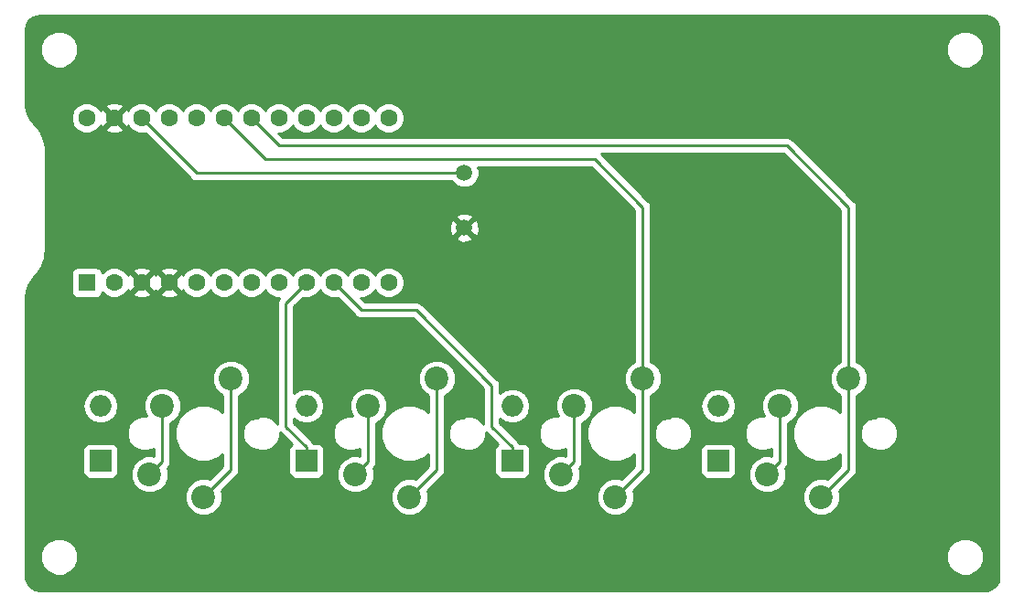
<source format=gbl>
G04 #@! TF.GenerationSoftware,KiCad,Pcbnew,5.0.2-bee76a0~70~ubuntu18.04.1*
G04 #@! TF.CreationDate,2019-05-17T00:05:31+09:00*
G04 #@! TF.ProjectId,meishi2,6d656973-6869-4322-9e6b-696361645f70,rev?*
G04 #@! TF.SameCoordinates,Original*
G04 #@! TF.FileFunction,Copper,L2,Bot*
G04 #@! TF.FilePolarity,Positive*
%FSLAX46Y46*%
G04 Gerber Fmt 4.6, Leading zero omitted, Abs format (unit mm)*
G04 Created by KiCad (PCBNEW 5.0.2-bee76a0~70~ubuntu18.04.1) date 2019年05月17日 00時05分31秒*
%MOMM*%
%LPD*%
G01*
G04 APERTURE LIST*
G04 #@! TA.AperFunction,ComponentPad*
%ADD10C,2.200000*%
G04 #@! TD*
G04 #@! TA.AperFunction,ComponentPad*
%ADD11C,1.500000*%
G04 #@! TD*
G04 #@! TA.AperFunction,ComponentPad*
%ADD12C,1.600000*%
G04 #@! TD*
G04 #@! TA.AperFunction,ComponentPad*
%ADD13R,1.600000X1.600000*%
G04 #@! TD*
G04 #@! TA.AperFunction,ComponentPad*
%ADD14R,2.000000X2.000000*%
G04 #@! TD*
G04 #@! TA.AperFunction,ComponentPad*
%ADD15O,2.000000X2.000000*%
G04 #@! TD*
G04 #@! TA.AperFunction,Conductor*
%ADD16C,0.254000*%
G04 #@! TD*
G04 APERTURE END LIST*
D10*
G04 #@! TO.P,SW1,2*
G04 #@! TO.N,Net-(D1-Pad2)*
X56595000Y-83810000D03*
G04 #@! TO.P,SW1,1*
G04 #@! TO.N,col0*
X61595000Y-85910000D03*
G04 #@! TO.P,SW1,2*
G04 #@! TO.N,Net-(D1-Pad2)*
X57785000Y-77470000D03*
G04 #@! TO.P,SW1,1*
G04 #@! TO.N,col0*
X64135000Y-74930000D03*
G04 #@! TD*
G04 #@! TO.P,SW2,2*
G04 #@! TO.N,Net-(D2-Pad2)*
X94695000Y-83810000D03*
G04 #@! TO.P,SW2,1*
G04 #@! TO.N,col0*
X99695000Y-85910000D03*
G04 #@! TO.P,SW2,2*
G04 #@! TO.N,Net-(D2-Pad2)*
X95885000Y-77470000D03*
G04 #@! TO.P,SW2,1*
G04 #@! TO.N,col0*
X102235000Y-74930000D03*
G04 #@! TD*
G04 #@! TO.P,SW3,2*
G04 #@! TO.N,Net-(D3-Pad2)*
X75645000Y-83810000D03*
G04 #@! TO.P,SW3,1*
G04 #@! TO.N,col1*
X80645000Y-85910000D03*
G04 #@! TO.P,SW3,2*
G04 #@! TO.N,Net-(D3-Pad2)*
X76835000Y-77470000D03*
G04 #@! TO.P,SW3,1*
G04 #@! TO.N,col1*
X83185000Y-74930000D03*
G04 #@! TD*
G04 #@! TO.P,SW4,2*
G04 #@! TO.N,Net-(D4-Pad2)*
X113745000Y-83810000D03*
G04 #@! TO.P,SW4,1*
G04 #@! TO.N,col1*
X118745000Y-85910000D03*
G04 #@! TO.P,SW4,2*
G04 #@! TO.N,Net-(D4-Pad2)*
X114935000Y-77470000D03*
G04 #@! TO.P,SW4,1*
G04 #@! TO.N,col1*
X121285000Y-74930000D03*
G04 #@! TD*
D11*
G04 #@! TO.P,SW5,2*
G04 #@! TO.N,GND*
X85725000Y-60960000D03*
G04 #@! TO.P,SW5,1*
G04 #@! TO.N,RST*
X85725000Y-55880000D03*
G04 #@! TD*
D12*
G04 #@! TO.P,U1,24*
G04 #@! TO.N,Net-(U1-Pad24)*
X50800000Y-50800000D03*
G04 #@! TO.P,U1,23*
G04 #@! TO.N,GND*
X53340000Y-50800000D03*
G04 #@! TO.P,U1,22*
G04 #@! TO.N,RST*
X55880000Y-50800000D03*
G04 #@! TO.P,U1,21*
G04 #@! TO.N,VCC*
X58420000Y-50800000D03*
G04 #@! TO.P,U1,20*
G04 #@! TO.N,Net-(U1-Pad20)*
X60960000Y-50800000D03*
G04 #@! TO.P,U1,19*
G04 #@! TO.N,col0*
X63500000Y-50800000D03*
G04 #@! TO.P,U1,18*
G04 #@! TO.N,col1*
X66040000Y-50800000D03*
G04 #@! TO.P,U1,17*
G04 #@! TO.N,Net-(U1-Pad17)*
X68580000Y-50800000D03*
G04 #@! TO.P,U1,16*
G04 #@! TO.N,Net-(U1-Pad16)*
X71120000Y-50800000D03*
G04 #@! TO.P,U1,15*
G04 #@! TO.N,Net-(U1-Pad15)*
X73660000Y-50800000D03*
G04 #@! TO.P,U1,14*
G04 #@! TO.N,Net-(U1-Pad14)*
X76200000Y-50800000D03*
G04 #@! TO.P,U1,13*
G04 #@! TO.N,Net-(U1-Pad13)*
X78740000Y-50800000D03*
G04 #@! TO.P,U1,12*
G04 #@! TO.N,Net-(U1-Pad12)*
X78740000Y-66040000D03*
G04 #@! TO.P,U1,11*
G04 #@! TO.N,Net-(U1-Pad11)*
X76200000Y-66040000D03*
G04 #@! TO.P,U1,10*
G04 #@! TO.N,row1*
X73660000Y-66040000D03*
G04 #@! TO.P,U1,9*
G04 #@! TO.N,row0*
X71120000Y-66040000D03*
G04 #@! TO.P,U1,8*
G04 #@! TO.N,Net-(U1-Pad8)*
X68580000Y-66040000D03*
G04 #@! TO.P,U1,7*
G04 #@! TO.N,Net-(U1-Pad7)*
X66040000Y-66040000D03*
G04 #@! TO.P,U1,6*
G04 #@! TO.N,Net-(U1-Pad6)*
X63500000Y-66040000D03*
G04 #@! TO.P,U1,5*
G04 #@! TO.N,Net-(U1-Pad5)*
X60960000Y-66040000D03*
G04 #@! TO.P,U1,4*
G04 #@! TO.N,GND*
X58420000Y-66040000D03*
G04 #@! TO.P,U1,3*
X55880000Y-66040000D03*
G04 #@! TO.P,U1,2*
G04 #@! TO.N,Net-(U1-Pad2)*
X53340000Y-66040000D03*
D13*
G04 #@! TO.P,U1,1*
G04 #@! TO.N,Net-(U1-Pad1)*
X50800000Y-66040000D03*
G04 #@! TD*
D14*
G04 #@! TO.P,D1,1*
G04 #@! TO.N,row0*
X52070000Y-82550000D03*
D15*
G04 #@! TO.P,D1,2*
G04 #@! TO.N,Net-(D1-Pad2)*
X52070000Y-77470000D03*
G04 #@! TD*
G04 #@! TO.P,D2,2*
G04 #@! TO.N,Net-(D2-Pad2)*
X90170000Y-77470000D03*
D14*
G04 #@! TO.P,D2,1*
G04 #@! TO.N,row1*
X90170000Y-82550000D03*
G04 #@! TD*
D15*
G04 #@! TO.P,D3,2*
G04 #@! TO.N,Net-(D3-Pad2)*
X71120000Y-77470000D03*
D14*
G04 #@! TO.P,D3,1*
G04 #@! TO.N,row0*
X71120000Y-82550000D03*
G04 #@! TD*
G04 #@! TO.P,D4,1*
G04 #@! TO.N,row1*
X109220000Y-82550000D03*
D15*
G04 #@! TO.P,D4,2*
G04 #@! TO.N,Net-(D4-Pad2)*
X109220000Y-77470000D03*
G04 #@! TD*
D16*
G04 #@! TO.N,row0*
X71120000Y-66040000D02*
X69215000Y-67945000D01*
X71120000Y-81296000D02*
X71120000Y-82550000D01*
X69215000Y-79391000D02*
X71120000Y-81296000D01*
X69215000Y-67945000D02*
X69215000Y-79391000D01*
G04 #@! TO.N,Net-(D1-Pad2)*
X57785000Y-82620000D02*
X57785000Y-77470000D01*
X56595000Y-83810000D02*
X57785000Y-82620000D01*
G04 #@! TO.N,Net-(D2-Pad2)*
X95885000Y-82620000D02*
X94695000Y-83810000D01*
X95885000Y-77470000D02*
X95885000Y-82620000D01*
G04 #@! TO.N,row1*
X76200000Y-68580000D02*
X73660000Y-66040000D01*
X81280000Y-68580000D02*
X76200000Y-68580000D01*
X81280000Y-68580000D02*
X88265000Y-75565000D01*
X90170000Y-81296000D02*
X90170000Y-82550000D01*
X88265000Y-79391000D02*
X90170000Y-81296000D01*
X88265000Y-75565000D02*
X88265000Y-79391000D01*
G04 #@! TO.N,Net-(D3-Pad2)*
X75645000Y-83810000D02*
X76835000Y-82620000D01*
X76835000Y-82620000D02*
X76835000Y-77470000D01*
G04 #@! TO.N,Net-(D4-Pad2)*
X114935000Y-82620000D02*
X113745000Y-83810000D01*
X114935000Y-77470000D02*
X114935000Y-82620000D01*
G04 #@! TO.N,col0*
X102235000Y-83370000D02*
X99695000Y-85910000D01*
X102235000Y-74930000D02*
X102235000Y-83370000D01*
X64135000Y-83370000D02*
X61595000Y-85910000D01*
X64135000Y-74930000D02*
X64135000Y-83370000D01*
X63500000Y-50800000D02*
X67310000Y-54610000D01*
X102235000Y-60325000D02*
X102235000Y-74930000D01*
X102235000Y-59055000D02*
X102235000Y-60325000D01*
X97790000Y-54610000D02*
X102235000Y-59055000D01*
X67310000Y-54610000D02*
X97790000Y-54610000D01*
G04 #@! TO.N,col1*
X121285000Y-83370000D02*
X118745000Y-85910000D01*
X121285000Y-74930000D02*
X121285000Y-83370000D01*
X83185000Y-83370000D02*
X80645000Y-85910000D01*
X83185000Y-74930000D02*
X83185000Y-83370000D01*
X121285000Y-59055000D02*
X121285000Y-74930000D01*
X115570000Y-53340000D02*
X121285000Y-59055000D01*
X66040000Y-50800000D02*
X68580000Y-53340000D01*
X68580000Y-53340000D02*
X115570000Y-53340000D01*
G04 #@! TO.N,RST*
X60960000Y-55880000D02*
X85725000Y-55880000D01*
X55880000Y-50800000D02*
X60960000Y-55880000D01*
G04 #@! TD*
G04 #@! TO.N,GND*
G36*
X134318364Y-41404985D02*
X134624928Y-41544372D01*
X134880050Y-41764199D01*
X135063218Y-42046792D01*
X135166743Y-42392959D01*
X135180000Y-42571350D01*
X135180001Y-93294413D01*
X135125015Y-93678364D01*
X134985628Y-93984928D01*
X134765804Y-94240047D01*
X134483207Y-94423218D01*
X134137043Y-94526743D01*
X133958649Y-94540000D01*
X46405580Y-94540000D01*
X46021636Y-94485015D01*
X45715072Y-94345628D01*
X45459953Y-94125804D01*
X45276782Y-93843207D01*
X45173257Y-93497043D01*
X45160000Y-93318649D01*
X45160000Y-91094887D01*
X46525000Y-91094887D01*
X46525000Y-91785113D01*
X46789138Y-92422799D01*
X47277201Y-92910862D01*
X47914887Y-93175000D01*
X48605113Y-93175000D01*
X49242799Y-92910862D01*
X49730862Y-92422799D01*
X49995000Y-91785113D01*
X49995000Y-91094887D01*
X130345000Y-91094887D01*
X130345000Y-91785113D01*
X130609138Y-92422799D01*
X131097201Y-92910862D01*
X131734887Y-93175000D01*
X132425113Y-93175000D01*
X133062799Y-92910862D01*
X133550862Y-92422799D01*
X133815000Y-91785113D01*
X133815000Y-91094887D01*
X133550862Y-90457201D01*
X133062799Y-89969138D01*
X132425113Y-89705000D01*
X131734887Y-89705000D01*
X131097201Y-89969138D01*
X130609138Y-90457201D01*
X130345000Y-91094887D01*
X49995000Y-91094887D01*
X49730862Y-90457201D01*
X49242799Y-89969138D01*
X48605113Y-89705000D01*
X47914887Y-89705000D01*
X47277201Y-89969138D01*
X46789138Y-90457201D01*
X46525000Y-91094887D01*
X45160000Y-91094887D01*
X45160000Y-81550000D01*
X50422560Y-81550000D01*
X50422560Y-83550000D01*
X50471843Y-83797765D01*
X50612191Y-84007809D01*
X50822235Y-84148157D01*
X51070000Y-84197440D01*
X53070000Y-84197440D01*
X53317765Y-84148157D01*
X53527809Y-84007809D01*
X53668157Y-83797765D01*
X53717440Y-83550000D01*
X53717440Y-81550000D01*
X53668157Y-81302235D01*
X53527809Y-81092191D01*
X53317765Y-80951843D01*
X53070000Y-80902560D01*
X51070000Y-80902560D01*
X50822235Y-80951843D01*
X50612191Y-81092191D01*
X50471843Y-81302235D01*
X50422560Y-81550000D01*
X45160000Y-81550000D01*
X45160000Y-79694724D01*
X54510000Y-79694724D01*
X54510000Y-80325276D01*
X54751302Y-80907830D01*
X55197170Y-81353698D01*
X55779724Y-81595000D01*
X56410276Y-81595000D01*
X56651697Y-81495000D01*
X56810385Y-81495000D01*
X57023000Y-81406932D01*
X57023000Y-82109333D01*
X56940113Y-82075000D01*
X56249887Y-82075000D01*
X55612201Y-82339138D01*
X55124138Y-82827201D01*
X54860000Y-83464887D01*
X54860000Y-84155113D01*
X55124138Y-84792799D01*
X55612201Y-85280862D01*
X56249887Y-85545000D01*
X56940113Y-85545000D01*
X57577799Y-85280862D01*
X58065862Y-84792799D01*
X58330000Y-84155113D01*
X58330000Y-83464887D01*
X58238542Y-83244089D01*
X58270750Y-83211881D01*
X58334371Y-83169371D01*
X58381144Y-83099371D01*
X58502787Y-82917318D01*
X58502788Y-82917317D01*
X58547000Y-82695048D01*
X58547000Y-82695044D01*
X58561927Y-82620001D01*
X58547000Y-82544958D01*
X58547000Y-79485866D01*
X58960000Y-79485866D01*
X58960000Y-80534134D01*
X59361155Y-81502608D01*
X60102392Y-82243845D01*
X61070866Y-82645000D01*
X62119134Y-82645000D01*
X63087608Y-82243845D01*
X63373001Y-81958452D01*
X63373001Y-83054369D01*
X62160912Y-84266458D01*
X61940113Y-84175000D01*
X61249887Y-84175000D01*
X60612201Y-84439138D01*
X60124138Y-84927201D01*
X59860000Y-85564887D01*
X59860000Y-86255113D01*
X60124138Y-86892799D01*
X60612201Y-87380862D01*
X61249887Y-87645000D01*
X61940113Y-87645000D01*
X62577799Y-87380862D01*
X63065862Y-86892799D01*
X63330000Y-86255113D01*
X63330000Y-85564887D01*
X63238542Y-85344088D01*
X64620746Y-83961884D01*
X64684371Y-83919371D01*
X64852788Y-83667317D01*
X64897000Y-83445048D01*
X64897000Y-83445044D01*
X64911927Y-83370001D01*
X64897000Y-83294958D01*
X64897000Y-76492320D01*
X65117799Y-76400862D01*
X65605862Y-75912799D01*
X65870000Y-75275113D01*
X65870000Y-74584887D01*
X65605862Y-73947201D01*
X65117799Y-73459138D01*
X64480113Y-73195000D01*
X63789887Y-73195000D01*
X63152201Y-73459138D01*
X62664138Y-73947201D01*
X62400000Y-74584887D01*
X62400000Y-75275113D01*
X62664138Y-75912799D01*
X63152201Y-76400862D01*
X63373000Y-76492320D01*
X63373000Y-78061547D01*
X63087608Y-77776155D01*
X62119134Y-77375000D01*
X61070866Y-77375000D01*
X60102392Y-77776155D01*
X59361155Y-78517392D01*
X58960000Y-79485866D01*
X58547000Y-79485866D01*
X58547000Y-79032320D01*
X58767799Y-78940862D01*
X59255862Y-78452799D01*
X59520000Y-77815113D01*
X59520000Y-77124887D01*
X59255862Y-76487201D01*
X58767799Y-75999138D01*
X58130113Y-75735000D01*
X57439887Y-75735000D01*
X56802201Y-75999138D01*
X56314138Y-76487201D01*
X56050000Y-77124887D01*
X56050000Y-77815113D01*
X56302623Y-78425000D01*
X55779724Y-78425000D01*
X55197170Y-78666302D01*
X54751302Y-79112170D01*
X54510000Y-79694724D01*
X45160000Y-79694724D01*
X45160000Y-77470000D01*
X50402969Y-77470000D01*
X50529864Y-78107945D01*
X50891231Y-78648769D01*
X51432055Y-79010136D01*
X51908969Y-79105000D01*
X52231031Y-79105000D01*
X52707945Y-79010136D01*
X53248769Y-78648769D01*
X53610136Y-78107945D01*
X53737031Y-77470000D01*
X53610136Y-76832055D01*
X53248769Y-76291231D01*
X52707945Y-75929864D01*
X52231031Y-75835000D01*
X51908969Y-75835000D01*
X51432055Y-75929864D01*
X50891231Y-76291231D01*
X50529864Y-76832055D01*
X50402969Y-77470000D01*
X45160000Y-77470000D01*
X45160000Y-67349693D01*
X45225599Y-66764870D01*
X45405998Y-66246832D01*
X45706962Y-65765190D01*
X45910049Y-65537250D01*
X46153212Y-65264330D01*
X46170438Y-65240000D01*
X49352560Y-65240000D01*
X49352560Y-66840000D01*
X49401843Y-67087765D01*
X49542191Y-67297809D01*
X49752235Y-67438157D01*
X50000000Y-67487440D01*
X51600000Y-67487440D01*
X51847765Y-67438157D01*
X52057809Y-67297809D01*
X52198157Y-67087765D01*
X52224738Y-66954134D01*
X52527138Y-67256534D01*
X53054561Y-67475000D01*
X53625439Y-67475000D01*
X54152862Y-67256534D01*
X54361651Y-67047745D01*
X55051861Y-67047745D01*
X55125995Y-67293864D01*
X55663223Y-67486965D01*
X56233454Y-67459778D01*
X56634005Y-67293864D01*
X56708139Y-67047745D01*
X57591861Y-67047745D01*
X57665995Y-67293864D01*
X58203223Y-67486965D01*
X58773454Y-67459778D01*
X59174005Y-67293864D01*
X59248139Y-67047745D01*
X58420000Y-66219605D01*
X57591861Y-67047745D01*
X56708139Y-67047745D01*
X55880000Y-66219605D01*
X55051861Y-67047745D01*
X54361651Y-67047745D01*
X54556534Y-66852862D01*
X54603525Y-66739417D01*
X54626136Y-66794005D01*
X54872255Y-66868139D01*
X55700395Y-66040000D01*
X56059605Y-66040000D01*
X56887745Y-66868139D01*
X57133864Y-66794005D01*
X57148858Y-66752291D01*
X57166136Y-66794005D01*
X57412255Y-66868139D01*
X58240395Y-66040000D01*
X58599605Y-66040000D01*
X59427745Y-66868139D01*
X59673864Y-66794005D01*
X59694874Y-66735552D01*
X59743466Y-66852862D01*
X60147138Y-67256534D01*
X60674561Y-67475000D01*
X61245439Y-67475000D01*
X61772862Y-67256534D01*
X62176534Y-66852862D01*
X62230000Y-66723784D01*
X62283466Y-66852862D01*
X62687138Y-67256534D01*
X63214561Y-67475000D01*
X63785439Y-67475000D01*
X64312862Y-67256534D01*
X64716534Y-66852862D01*
X64770000Y-66723784D01*
X64823466Y-66852862D01*
X65227138Y-67256534D01*
X65754561Y-67475000D01*
X66325439Y-67475000D01*
X66852862Y-67256534D01*
X67256534Y-66852862D01*
X67310000Y-66723784D01*
X67363466Y-66852862D01*
X67767138Y-67256534D01*
X68294561Y-67475000D01*
X68612595Y-67475000D01*
X68497212Y-67647684D01*
X68453000Y-67869953D01*
X68453000Y-67869957D01*
X68438073Y-67945000D01*
X68453000Y-68020043D01*
X68453001Y-79146700D01*
X68438698Y-79112170D01*
X67992830Y-78666302D01*
X67410276Y-78425000D01*
X66779724Y-78425000D01*
X66538303Y-78525000D01*
X66379615Y-78525000D01*
X65833815Y-78751078D01*
X65416078Y-79168815D01*
X65190000Y-79714615D01*
X65190000Y-80305385D01*
X65416078Y-80851185D01*
X65833815Y-81268922D01*
X66379615Y-81495000D01*
X66538303Y-81495000D01*
X66779724Y-81595000D01*
X67410276Y-81595000D01*
X67992830Y-81353698D01*
X68438698Y-80907830D01*
X68680000Y-80325276D01*
X68680000Y-79949973D01*
X68729251Y-79982881D01*
X69767916Y-81021547D01*
X69662191Y-81092191D01*
X69521843Y-81302235D01*
X69472560Y-81550000D01*
X69472560Y-83550000D01*
X69521843Y-83797765D01*
X69662191Y-84007809D01*
X69872235Y-84148157D01*
X70120000Y-84197440D01*
X72120000Y-84197440D01*
X72367765Y-84148157D01*
X72577809Y-84007809D01*
X72718157Y-83797765D01*
X72767440Y-83550000D01*
X72767440Y-81550000D01*
X72718157Y-81302235D01*
X72577809Y-81092191D01*
X72367765Y-80951843D01*
X72120000Y-80902560D01*
X71773561Y-80902560D01*
X71669371Y-80746629D01*
X71605750Y-80704119D01*
X70596355Y-79694724D01*
X73560000Y-79694724D01*
X73560000Y-80325276D01*
X73801302Y-80907830D01*
X74247170Y-81353698D01*
X74829724Y-81595000D01*
X75460276Y-81595000D01*
X75701697Y-81495000D01*
X75860385Y-81495000D01*
X76073000Y-81406932D01*
X76073000Y-82109333D01*
X75990113Y-82075000D01*
X75299887Y-82075000D01*
X74662201Y-82339138D01*
X74174138Y-82827201D01*
X73910000Y-83464887D01*
X73910000Y-84155113D01*
X74174138Y-84792799D01*
X74662201Y-85280862D01*
X75299887Y-85545000D01*
X75990113Y-85545000D01*
X76627799Y-85280862D01*
X77115862Y-84792799D01*
X77380000Y-84155113D01*
X77380000Y-83464887D01*
X77288542Y-83244089D01*
X77320750Y-83211881D01*
X77384371Y-83169371D01*
X77431144Y-83099371D01*
X77552787Y-82917318D01*
X77552788Y-82917317D01*
X77597000Y-82695048D01*
X77597000Y-82695044D01*
X77611927Y-82620001D01*
X77597000Y-82544958D01*
X77597000Y-79485866D01*
X78010000Y-79485866D01*
X78010000Y-80534134D01*
X78411155Y-81502608D01*
X79152392Y-82243845D01*
X80120866Y-82645000D01*
X81169134Y-82645000D01*
X82137608Y-82243845D01*
X82423001Y-81958452D01*
X82423001Y-83054369D01*
X81210912Y-84266458D01*
X80990113Y-84175000D01*
X80299887Y-84175000D01*
X79662201Y-84439138D01*
X79174138Y-84927201D01*
X78910000Y-85564887D01*
X78910000Y-86255113D01*
X79174138Y-86892799D01*
X79662201Y-87380862D01*
X80299887Y-87645000D01*
X80990113Y-87645000D01*
X81627799Y-87380862D01*
X82115862Y-86892799D01*
X82380000Y-86255113D01*
X82380000Y-85564887D01*
X82288542Y-85344088D01*
X83670746Y-83961884D01*
X83734371Y-83919371D01*
X83902788Y-83667317D01*
X83947000Y-83445048D01*
X83947000Y-83445044D01*
X83961927Y-83370001D01*
X83947000Y-83294958D01*
X83947000Y-76492320D01*
X84167799Y-76400862D01*
X84655862Y-75912799D01*
X84920000Y-75275113D01*
X84920000Y-74584887D01*
X84655862Y-73947201D01*
X84167799Y-73459138D01*
X83530113Y-73195000D01*
X82839887Y-73195000D01*
X82202201Y-73459138D01*
X81714138Y-73947201D01*
X81450000Y-74584887D01*
X81450000Y-75275113D01*
X81714138Y-75912799D01*
X82202201Y-76400862D01*
X82423000Y-76492320D01*
X82423000Y-78061547D01*
X82137608Y-77776155D01*
X81169134Y-77375000D01*
X80120866Y-77375000D01*
X79152392Y-77776155D01*
X78411155Y-78517392D01*
X78010000Y-79485866D01*
X77597000Y-79485866D01*
X77597000Y-79032320D01*
X77817799Y-78940862D01*
X78305862Y-78452799D01*
X78570000Y-77815113D01*
X78570000Y-77124887D01*
X78305862Y-76487201D01*
X77817799Y-75999138D01*
X77180113Y-75735000D01*
X76489887Y-75735000D01*
X75852201Y-75999138D01*
X75364138Y-76487201D01*
X75100000Y-77124887D01*
X75100000Y-77815113D01*
X75352623Y-78425000D01*
X74829724Y-78425000D01*
X74247170Y-78666302D01*
X73801302Y-79112170D01*
X73560000Y-79694724D01*
X70596355Y-79694724D01*
X69977000Y-79075370D01*
X69977000Y-78672669D01*
X70482055Y-79010136D01*
X70958969Y-79105000D01*
X71281031Y-79105000D01*
X71757945Y-79010136D01*
X72298769Y-78648769D01*
X72660136Y-78107945D01*
X72787031Y-77470000D01*
X72660136Y-76832055D01*
X72298769Y-76291231D01*
X71757945Y-75929864D01*
X71281031Y-75835000D01*
X70958969Y-75835000D01*
X70482055Y-75929864D01*
X69977000Y-76267331D01*
X69977000Y-68260630D01*
X70783698Y-67453932D01*
X70834561Y-67475000D01*
X71405439Y-67475000D01*
X71932862Y-67256534D01*
X72336534Y-66852862D01*
X72390000Y-66723784D01*
X72443466Y-66852862D01*
X72847138Y-67256534D01*
X73374561Y-67475000D01*
X73945439Y-67475000D01*
X73996302Y-67453932D01*
X75608116Y-69065746D01*
X75650629Y-69129371D01*
X75848641Y-69261678D01*
X75902681Y-69297787D01*
X75902682Y-69297787D01*
X75902683Y-69297788D01*
X76124952Y-69342000D01*
X76124956Y-69342000D01*
X76199999Y-69356927D01*
X76275042Y-69342000D01*
X80964370Y-69342000D01*
X87503000Y-75880631D01*
X87503001Y-79146700D01*
X87488698Y-79112170D01*
X87042830Y-78666302D01*
X86460276Y-78425000D01*
X85829724Y-78425000D01*
X85588303Y-78525000D01*
X85429615Y-78525000D01*
X84883815Y-78751078D01*
X84466078Y-79168815D01*
X84240000Y-79714615D01*
X84240000Y-80305385D01*
X84466078Y-80851185D01*
X84883815Y-81268922D01*
X85429615Y-81495000D01*
X85588303Y-81495000D01*
X85829724Y-81595000D01*
X86460276Y-81595000D01*
X87042830Y-81353698D01*
X87488698Y-80907830D01*
X87730000Y-80325276D01*
X87730000Y-79949973D01*
X87779251Y-79982881D01*
X88817916Y-81021547D01*
X88712191Y-81092191D01*
X88571843Y-81302235D01*
X88522560Y-81550000D01*
X88522560Y-83550000D01*
X88571843Y-83797765D01*
X88712191Y-84007809D01*
X88922235Y-84148157D01*
X89170000Y-84197440D01*
X91170000Y-84197440D01*
X91417765Y-84148157D01*
X91627809Y-84007809D01*
X91768157Y-83797765D01*
X91817440Y-83550000D01*
X91817440Y-81550000D01*
X91768157Y-81302235D01*
X91627809Y-81092191D01*
X91417765Y-80951843D01*
X91170000Y-80902560D01*
X90823561Y-80902560D01*
X90719371Y-80746629D01*
X90655750Y-80704119D01*
X89646355Y-79694724D01*
X92610000Y-79694724D01*
X92610000Y-80325276D01*
X92851302Y-80907830D01*
X93297170Y-81353698D01*
X93879724Y-81595000D01*
X94510276Y-81595000D01*
X94751697Y-81495000D01*
X94910385Y-81495000D01*
X95123001Y-81406932D01*
X95123001Y-82109333D01*
X95040113Y-82075000D01*
X94349887Y-82075000D01*
X93712201Y-82339138D01*
X93224138Y-82827201D01*
X92960000Y-83464887D01*
X92960000Y-84155113D01*
X93224138Y-84792799D01*
X93712201Y-85280862D01*
X94349887Y-85545000D01*
X95040113Y-85545000D01*
X95677799Y-85280862D01*
X96165862Y-84792799D01*
X96430000Y-84155113D01*
X96430000Y-83464887D01*
X96338542Y-83244089D01*
X96370749Y-83211882D01*
X96434371Y-83169371D01*
X96481144Y-83099371D01*
X96602787Y-82917318D01*
X96602788Y-82917317D01*
X96647000Y-82695048D01*
X96647000Y-82695044D01*
X96661927Y-82620001D01*
X96647000Y-82544958D01*
X96647000Y-79032320D01*
X96867799Y-78940862D01*
X97355862Y-78452799D01*
X97620000Y-77815113D01*
X97620000Y-77124887D01*
X97355862Y-76487201D01*
X96867799Y-75999138D01*
X96230113Y-75735000D01*
X95539887Y-75735000D01*
X94902201Y-75999138D01*
X94414138Y-76487201D01*
X94150000Y-77124887D01*
X94150000Y-77815113D01*
X94402623Y-78425000D01*
X93879724Y-78425000D01*
X93297170Y-78666302D01*
X92851302Y-79112170D01*
X92610000Y-79694724D01*
X89646355Y-79694724D01*
X89027000Y-79075370D01*
X89027000Y-78672669D01*
X89532055Y-79010136D01*
X90008969Y-79105000D01*
X90331031Y-79105000D01*
X90807945Y-79010136D01*
X91348769Y-78648769D01*
X91710136Y-78107945D01*
X91837031Y-77470000D01*
X91710136Y-76832055D01*
X91348769Y-76291231D01*
X90807945Y-75929864D01*
X90331031Y-75835000D01*
X90008969Y-75835000D01*
X89532055Y-75929864D01*
X89027000Y-76267331D01*
X89027000Y-75640047D01*
X89041928Y-75565000D01*
X89024895Y-75479371D01*
X88982788Y-75267683D01*
X88814371Y-75015629D01*
X88750750Y-74973119D01*
X81871883Y-68094253D01*
X81829371Y-68030629D01*
X81577317Y-67862212D01*
X81355048Y-67818000D01*
X81355043Y-67818000D01*
X81280000Y-67803073D01*
X81204957Y-67818000D01*
X76515630Y-67818000D01*
X76172630Y-67475000D01*
X76485439Y-67475000D01*
X77012862Y-67256534D01*
X77416534Y-66852862D01*
X77470000Y-66723784D01*
X77523466Y-66852862D01*
X77927138Y-67256534D01*
X78454561Y-67475000D01*
X79025439Y-67475000D01*
X79552862Y-67256534D01*
X79956534Y-66852862D01*
X80175000Y-66325439D01*
X80175000Y-65754561D01*
X79956534Y-65227138D01*
X79552862Y-64823466D01*
X79025439Y-64605000D01*
X78454561Y-64605000D01*
X77927138Y-64823466D01*
X77523466Y-65227138D01*
X77470000Y-65356216D01*
X77416534Y-65227138D01*
X77012862Y-64823466D01*
X76485439Y-64605000D01*
X75914561Y-64605000D01*
X75387138Y-64823466D01*
X74983466Y-65227138D01*
X74930000Y-65356216D01*
X74876534Y-65227138D01*
X74472862Y-64823466D01*
X73945439Y-64605000D01*
X73374561Y-64605000D01*
X72847138Y-64823466D01*
X72443466Y-65227138D01*
X72390000Y-65356216D01*
X72336534Y-65227138D01*
X71932862Y-64823466D01*
X71405439Y-64605000D01*
X70834561Y-64605000D01*
X70307138Y-64823466D01*
X69903466Y-65227138D01*
X69850000Y-65356216D01*
X69796534Y-65227138D01*
X69392862Y-64823466D01*
X68865439Y-64605000D01*
X68294561Y-64605000D01*
X67767138Y-64823466D01*
X67363466Y-65227138D01*
X67310000Y-65356216D01*
X67256534Y-65227138D01*
X66852862Y-64823466D01*
X66325439Y-64605000D01*
X65754561Y-64605000D01*
X65227138Y-64823466D01*
X64823466Y-65227138D01*
X64770000Y-65356216D01*
X64716534Y-65227138D01*
X64312862Y-64823466D01*
X63785439Y-64605000D01*
X63214561Y-64605000D01*
X62687138Y-64823466D01*
X62283466Y-65227138D01*
X62230000Y-65356216D01*
X62176534Y-65227138D01*
X61772862Y-64823466D01*
X61245439Y-64605000D01*
X60674561Y-64605000D01*
X60147138Y-64823466D01*
X59743466Y-65227138D01*
X59696475Y-65340583D01*
X59673864Y-65285995D01*
X59427745Y-65211861D01*
X58599605Y-66040000D01*
X58240395Y-66040000D01*
X57412255Y-65211861D01*
X57166136Y-65285995D01*
X57151142Y-65327709D01*
X57133864Y-65285995D01*
X56887745Y-65211861D01*
X56059605Y-66040000D01*
X55700395Y-66040000D01*
X54872255Y-65211861D01*
X54626136Y-65285995D01*
X54605126Y-65344448D01*
X54556534Y-65227138D01*
X54361651Y-65032255D01*
X55051861Y-65032255D01*
X55880000Y-65860395D01*
X56708139Y-65032255D01*
X57591861Y-65032255D01*
X58420000Y-65860395D01*
X59248139Y-65032255D01*
X59174005Y-64786136D01*
X58636777Y-64593035D01*
X58066546Y-64620222D01*
X57665995Y-64786136D01*
X57591861Y-65032255D01*
X56708139Y-65032255D01*
X56634005Y-64786136D01*
X56096777Y-64593035D01*
X55526546Y-64620222D01*
X55125995Y-64786136D01*
X55051861Y-65032255D01*
X54361651Y-65032255D01*
X54152862Y-64823466D01*
X53625439Y-64605000D01*
X53054561Y-64605000D01*
X52527138Y-64823466D01*
X52224738Y-65125866D01*
X52198157Y-64992235D01*
X52057809Y-64782191D01*
X51847765Y-64641843D01*
X51600000Y-64592560D01*
X50000000Y-64592560D01*
X49752235Y-64641843D01*
X49542191Y-64782191D01*
X49401843Y-64992235D01*
X49352560Y-65240000D01*
X46170438Y-65240000D01*
X46185064Y-65219343D01*
X46219902Y-65176628D01*
X46225213Y-65168258D01*
X46600304Y-64567987D01*
X46632375Y-64501050D01*
X46665372Y-64434578D01*
X46668697Y-64425239D01*
X46901478Y-63756783D01*
X46917916Y-63684433D01*
X46935373Y-63612275D01*
X46936546Y-63602431D01*
X47012096Y-62928892D01*
X47019872Y-62889798D01*
X47019872Y-61931517D01*
X84933088Y-61931517D01*
X85001077Y-62172460D01*
X85520171Y-62357201D01*
X86070448Y-62329230D01*
X86448923Y-62172460D01*
X86516912Y-61931517D01*
X85725000Y-61139605D01*
X84933088Y-61931517D01*
X47019872Y-61931517D01*
X47019872Y-60755171D01*
X84327799Y-60755171D01*
X84355770Y-61305448D01*
X84512540Y-61683923D01*
X84753483Y-61751912D01*
X85545395Y-60960000D01*
X85904605Y-60960000D01*
X86696517Y-61751912D01*
X86937460Y-61683923D01*
X87122201Y-61164829D01*
X87094230Y-60614552D01*
X86937460Y-60236077D01*
X86696517Y-60168088D01*
X85904605Y-60960000D01*
X85545395Y-60960000D01*
X84753483Y-60168088D01*
X84512540Y-60236077D01*
X84327799Y-60755171D01*
X47019872Y-60755171D01*
X47019872Y-59988483D01*
X84933088Y-59988483D01*
X85725000Y-60780395D01*
X86516912Y-59988483D01*
X86448923Y-59747540D01*
X85929829Y-59562799D01*
X85379552Y-59590770D01*
X85001077Y-59747540D01*
X84933088Y-59988483D01*
X47019872Y-59988483D01*
X47019872Y-53950202D01*
X47015855Y-53930009D01*
X46997653Y-53614331D01*
X46988366Y-53560001D01*
X46982796Y-53505163D01*
X46980633Y-53495488D01*
X46821407Y-52805802D01*
X46796750Y-52735784D01*
X46773082Y-52665456D01*
X46768830Y-52656501D01*
X46460761Y-52019231D01*
X46421226Y-51956451D01*
X46382546Y-51893082D01*
X46376415Y-51885292D01*
X45934816Y-51332110D01*
X45542902Y-50841167D01*
X45385014Y-50514561D01*
X49365000Y-50514561D01*
X49365000Y-51085439D01*
X49583466Y-51612862D01*
X49987138Y-52016534D01*
X50514561Y-52235000D01*
X51085439Y-52235000D01*
X51612862Y-52016534D01*
X51821651Y-51807745D01*
X52511861Y-51807745D01*
X52585995Y-52053864D01*
X53123223Y-52246965D01*
X53693454Y-52219778D01*
X54094005Y-52053864D01*
X54168139Y-51807745D01*
X53340000Y-50979605D01*
X52511861Y-51807745D01*
X51821651Y-51807745D01*
X52016534Y-51612862D01*
X52063525Y-51499417D01*
X52086136Y-51554005D01*
X52332255Y-51628139D01*
X53160395Y-50800000D01*
X53519605Y-50800000D01*
X54347745Y-51628139D01*
X54593864Y-51554005D01*
X54614874Y-51495552D01*
X54663466Y-51612862D01*
X55067138Y-52016534D01*
X55594561Y-52235000D01*
X56165439Y-52235000D01*
X56216302Y-52213932D01*
X60368118Y-56365749D01*
X60410629Y-56429371D01*
X60662683Y-56597788D01*
X60884952Y-56642000D01*
X60884957Y-56642000D01*
X60960000Y-56656927D01*
X61035043Y-56642000D01*
X84541517Y-56642000D01*
X84550853Y-56664540D01*
X84940460Y-57054147D01*
X85449506Y-57265000D01*
X86000494Y-57265000D01*
X86509540Y-57054147D01*
X86899147Y-56664540D01*
X87110000Y-56155494D01*
X87110000Y-55604506D01*
X87013693Y-55372000D01*
X97474370Y-55372000D01*
X101473000Y-59370631D01*
X101473001Y-60249949D01*
X101473000Y-60249953D01*
X101473001Y-73367680D01*
X101252201Y-73459138D01*
X100764138Y-73947201D01*
X100500000Y-74584887D01*
X100500000Y-75275113D01*
X100764138Y-75912799D01*
X101252201Y-76400862D01*
X101473000Y-76492320D01*
X101473000Y-78061547D01*
X101187608Y-77776155D01*
X100219134Y-77375000D01*
X99170866Y-77375000D01*
X98202392Y-77776155D01*
X97461155Y-78517392D01*
X97060000Y-79485866D01*
X97060000Y-80534134D01*
X97461155Y-81502608D01*
X98202392Y-82243845D01*
X99170866Y-82645000D01*
X100219134Y-82645000D01*
X101187608Y-82243845D01*
X101473001Y-81958452D01*
X101473001Y-83054369D01*
X100260912Y-84266458D01*
X100040113Y-84175000D01*
X99349887Y-84175000D01*
X98712201Y-84439138D01*
X98224138Y-84927201D01*
X97960000Y-85564887D01*
X97960000Y-86255113D01*
X98224138Y-86892799D01*
X98712201Y-87380862D01*
X99349887Y-87645000D01*
X100040113Y-87645000D01*
X100677799Y-87380862D01*
X101165862Y-86892799D01*
X101430000Y-86255113D01*
X101430000Y-85564887D01*
X101338542Y-85344088D01*
X102720746Y-83961884D01*
X102784371Y-83919371D01*
X102952788Y-83667317D01*
X102997000Y-83445048D01*
X102997000Y-83445044D01*
X103011927Y-83370001D01*
X102997000Y-83294958D01*
X102997000Y-79714615D01*
X103290000Y-79714615D01*
X103290000Y-80305385D01*
X103516078Y-80851185D01*
X103933815Y-81268922D01*
X104479615Y-81495000D01*
X104638303Y-81495000D01*
X104879724Y-81595000D01*
X105510276Y-81595000D01*
X105618915Y-81550000D01*
X107572560Y-81550000D01*
X107572560Y-83550000D01*
X107621843Y-83797765D01*
X107762191Y-84007809D01*
X107972235Y-84148157D01*
X108220000Y-84197440D01*
X110220000Y-84197440D01*
X110467765Y-84148157D01*
X110677809Y-84007809D01*
X110818157Y-83797765D01*
X110867440Y-83550000D01*
X110867440Y-81550000D01*
X110818157Y-81302235D01*
X110677809Y-81092191D01*
X110467765Y-80951843D01*
X110220000Y-80902560D01*
X108220000Y-80902560D01*
X107972235Y-80951843D01*
X107762191Y-81092191D01*
X107621843Y-81302235D01*
X107572560Y-81550000D01*
X105618915Y-81550000D01*
X106092830Y-81353698D01*
X106538698Y-80907830D01*
X106780000Y-80325276D01*
X106780000Y-79694724D01*
X111660000Y-79694724D01*
X111660000Y-80325276D01*
X111901302Y-80907830D01*
X112347170Y-81353698D01*
X112929724Y-81595000D01*
X113560276Y-81595000D01*
X113801697Y-81495000D01*
X113960385Y-81495000D01*
X114173001Y-81406932D01*
X114173001Y-82109333D01*
X114090113Y-82075000D01*
X113399887Y-82075000D01*
X112762201Y-82339138D01*
X112274138Y-82827201D01*
X112010000Y-83464887D01*
X112010000Y-84155113D01*
X112274138Y-84792799D01*
X112762201Y-85280862D01*
X113399887Y-85545000D01*
X114090113Y-85545000D01*
X114727799Y-85280862D01*
X115215862Y-84792799D01*
X115480000Y-84155113D01*
X115480000Y-83464887D01*
X115388542Y-83244089D01*
X115420749Y-83211882D01*
X115484371Y-83169371D01*
X115531144Y-83099371D01*
X115652787Y-82917318D01*
X115652788Y-82917317D01*
X115697000Y-82695048D01*
X115697000Y-82695044D01*
X115711927Y-82620001D01*
X115697000Y-82544958D01*
X115697000Y-79032320D01*
X115917799Y-78940862D01*
X116405862Y-78452799D01*
X116670000Y-77815113D01*
X116670000Y-77124887D01*
X116405862Y-76487201D01*
X115917799Y-75999138D01*
X115280113Y-75735000D01*
X114589887Y-75735000D01*
X113952201Y-75999138D01*
X113464138Y-76487201D01*
X113200000Y-77124887D01*
X113200000Y-77815113D01*
X113452623Y-78425000D01*
X112929724Y-78425000D01*
X112347170Y-78666302D01*
X111901302Y-79112170D01*
X111660000Y-79694724D01*
X106780000Y-79694724D01*
X106538698Y-79112170D01*
X106092830Y-78666302D01*
X105510276Y-78425000D01*
X104879724Y-78425000D01*
X104638303Y-78525000D01*
X104479615Y-78525000D01*
X103933815Y-78751078D01*
X103516078Y-79168815D01*
X103290000Y-79714615D01*
X102997000Y-79714615D01*
X102997000Y-77470000D01*
X107552969Y-77470000D01*
X107679864Y-78107945D01*
X108041231Y-78648769D01*
X108582055Y-79010136D01*
X109058969Y-79105000D01*
X109381031Y-79105000D01*
X109857945Y-79010136D01*
X110398769Y-78648769D01*
X110760136Y-78107945D01*
X110887031Y-77470000D01*
X110760136Y-76832055D01*
X110398769Y-76291231D01*
X109857945Y-75929864D01*
X109381031Y-75835000D01*
X109058969Y-75835000D01*
X108582055Y-75929864D01*
X108041231Y-76291231D01*
X107679864Y-76832055D01*
X107552969Y-77470000D01*
X102997000Y-77470000D01*
X102997000Y-76492320D01*
X103217799Y-76400862D01*
X103705862Y-75912799D01*
X103970000Y-75275113D01*
X103970000Y-74584887D01*
X103705862Y-73947201D01*
X103217799Y-73459138D01*
X102997000Y-73367680D01*
X102997000Y-59130042D01*
X103011927Y-59054999D01*
X102997000Y-58979956D01*
X102997000Y-58979952D01*
X102952788Y-58757683D01*
X102784371Y-58505629D01*
X102720750Y-58463119D01*
X98381883Y-54124253D01*
X98367014Y-54102000D01*
X115254370Y-54102000D01*
X120523000Y-59370631D01*
X120523001Y-73367680D01*
X120302201Y-73459138D01*
X119814138Y-73947201D01*
X119550000Y-74584887D01*
X119550000Y-75275113D01*
X119814138Y-75912799D01*
X120302201Y-76400862D01*
X120523000Y-76492320D01*
X120523000Y-78061547D01*
X120237608Y-77776155D01*
X119269134Y-77375000D01*
X118220866Y-77375000D01*
X117252392Y-77776155D01*
X116511155Y-78517392D01*
X116110000Y-79485866D01*
X116110000Y-80534134D01*
X116511155Y-81502608D01*
X117252392Y-82243845D01*
X118220866Y-82645000D01*
X119269134Y-82645000D01*
X120237608Y-82243845D01*
X120523001Y-81958452D01*
X120523001Y-83054369D01*
X119310912Y-84266458D01*
X119090113Y-84175000D01*
X118399887Y-84175000D01*
X117762201Y-84439138D01*
X117274138Y-84927201D01*
X117010000Y-85564887D01*
X117010000Y-86255113D01*
X117274138Y-86892799D01*
X117762201Y-87380862D01*
X118399887Y-87645000D01*
X119090113Y-87645000D01*
X119727799Y-87380862D01*
X120215862Y-86892799D01*
X120480000Y-86255113D01*
X120480000Y-85564887D01*
X120388542Y-85344088D01*
X121770746Y-83961884D01*
X121834371Y-83919371D01*
X122002788Y-83667317D01*
X122047000Y-83445048D01*
X122047000Y-83445044D01*
X122061927Y-83370001D01*
X122047000Y-83294958D01*
X122047000Y-79714615D01*
X122340000Y-79714615D01*
X122340000Y-80305385D01*
X122566078Y-80851185D01*
X122983815Y-81268922D01*
X123529615Y-81495000D01*
X123688303Y-81495000D01*
X123929724Y-81595000D01*
X124560276Y-81595000D01*
X125142830Y-81353698D01*
X125588698Y-80907830D01*
X125830000Y-80325276D01*
X125830000Y-79694724D01*
X125588698Y-79112170D01*
X125142830Y-78666302D01*
X124560276Y-78425000D01*
X123929724Y-78425000D01*
X123688303Y-78525000D01*
X123529615Y-78525000D01*
X122983815Y-78751078D01*
X122566078Y-79168815D01*
X122340000Y-79714615D01*
X122047000Y-79714615D01*
X122047000Y-76492320D01*
X122267799Y-76400862D01*
X122755862Y-75912799D01*
X123020000Y-75275113D01*
X123020000Y-74584887D01*
X122755862Y-73947201D01*
X122267799Y-73459138D01*
X122047000Y-73367680D01*
X122047000Y-59130047D01*
X122061928Y-59055000D01*
X122047000Y-58979952D01*
X122002788Y-58757683D01*
X121834371Y-58505629D01*
X121770750Y-58463119D01*
X116161883Y-52854253D01*
X116119371Y-52790629D01*
X115867317Y-52622212D01*
X115645048Y-52578000D01*
X115645043Y-52578000D01*
X115570000Y-52563073D01*
X115494957Y-52578000D01*
X68895630Y-52578000D01*
X68552630Y-52235000D01*
X68865439Y-52235000D01*
X69392862Y-52016534D01*
X69796534Y-51612862D01*
X69850000Y-51483784D01*
X69903466Y-51612862D01*
X70307138Y-52016534D01*
X70834561Y-52235000D01*
X71405439Y-52235000D01*
X71932862Y-52016534D01*
X72336534Y-51612862D01*
X72390000Y-51483784D01*
X72443466Y-51612862D01*
X72847138Y-52016534D01*
X73374561Y-52235000D01*
X73945439Y-52235000D01*
X74472862Y-52016534D01*
X74876534Y-51612862D01*
X74930000Y-51483784D01*
X74983466Y-51612862D01*
X75387138Y-52016534D01*
X75914561Y-52235000D01*
X76485439Y-52235000D01*
X77012862Y-52016534D01*
X77416534Y-51612862D01*
X77470000Y-51483784D01*
X77523466Y-51612862D01*
X77927138Y-52016534D01*
X78454561Y-52235000D01*
X79025439Y-52235000D01*
X79552862Y-52016534D01*
X79956534Y-51612862D01*
X80175000Y-51085439D01*
X80175000Y-50514561D01*
X79956534Y-49987138D01*
X79552862Y-49583466D01*
X79025439Y-49365000D01*
X78454561Y-49365000D01*
X77927138Y-49583466D01*
X77523466Y-49987138D01*
X77470000Y-50116216D01*
X77416534Y-49987138D01*
X77012862Y-49583466D01*
X76485439Y-49365000D01*
X75914561Y-49365000D01*
X75387138Y-49583466D01*
X74983466Y-49987138D01*
X74930000Y-50116216D01*
X74876534Y-49987138D01*
X74472862Y-49583466D01*
X73945439Y-49365000D01*
X73374561Y-49365000D01*
X72847138Y-49583466D01*
X72443466Y-49987138D01*
X72390000Y-50116216D01*
X72336534Y-49987138D01*
X71932862Y-49583466D01*
X71405439Y-49365000D01*
X70834561Y-49365000D01*
X70307138Y-49583466D01*
X69903466Y-49987138D01*
X69850000Y-50116216D01*
X69796534Y-49987138D01*
X69392862Y-49583466D01*
X68865439Y-49365000D01*
X68294561Y-49365000D01*
X67767138Y-49583466D01*
X67363466Y-49987138D01*
X67310000Y-50116216D01*
X67256534Y-49987138D01*
X66852862Y-49583466D01*
X66325439Y-49365000D01*
X65754561Y-49365000D01*
X65227138Y-49583466D01*
X64823466Y-49987138D01*
X64770000Y-50116216D01*
X64716534Y-49987138D01*
X64312862Y-49583466D01*
X63785439Y-49365000D01*
X63214561Y-49365000D01*
X62687138Y-49583466D01*
X62283466Y-49987138D01*
X62230000Y-50116216D01*
X62176534Y-49987138D01*
X61772862Y-49583466D01*
X61245439Y-49365000D01*
X60674561Y-49365000D01*
X60147138Y-49583466D01*
X59743466Y-49987138D01*
X59690000Y-50116216D01*
X59636534Y-49987138D01*
X59232862Y-49583466D01*
X58705439Y-49365000D01*
X58134561Y-49365000D01*
X57607138Y-49583466D01*
X57203466Y-49987138D01*
X57150000Y-50116216D01*
X57096534Y-49987138D01*
X56692862Y-49583466D01*
X56165439Y-49365000D01*
X55594561Y-49365000D01*
X55067138Y-49583466D01*
X54663466Y-49987138D01*
X54616475Y-50100583D01*
X54593864Y-50045995D01*
X54347745Y-49971861D01*
X53519605Y-50800000D01*
X53160395Y-50800000D01*
X52332255Y-49971861D01*
X52086136Y-50045995D01*
X52065126Y-50104448D01*
X52016534Y-49987138D01*
X51821651Y-49792255D01*
X52511861Y-49792255D01*
X53340000Y-50620395D01*
X54168139Y-49792255D01*
X54094005Y-49546136D01*
X53556777Y-49353035D01*
X52986546Y-49380222D01*
X52585995Y-49546136D01*
X52511861Y-49792255D01*
X51821651Y-49792255D01*
X51612862Y-49583466D01*
X51085439Y-49365000D01*
X50514561Y-49365000D01*
X49987138Y-49583466D01*
X49583466Y-49987138D01*
X49365000Y-50514561D01*
X45385014Y-50514561D01*
X45304156Y-50347299D01*
X45176397Y-49793912D01*
X45160000Y-49509540D01*
X45160000Y-44104887D01*
X46525000Y-44104887D01*
X46525000Y-44795113D01*
X46789138Y-45432799D01*
X47277201Y-45920862D01*
X47914887Y-46185000D01*
X48605113Y-46185000D01*
X49242799Y-45920862D01*
X49730862Y-45432799D01*
X49995000Y-44795113D01*
X49995000Y-44104887D01*
X130345000Y-44104887D01*
X130345000Y-44795113D01*
X130609138Y-45432799D01*
X131097201Y-45920862D01*
X131734887Y-46185000D01*
X132425113Y-46185000D01*
X133062799Y-45920862D01*
X133550862Y-45432799D01*
X133815000Y-44795113D01*
X133815000Y-44104887D01*
X133550862Y-43467201D01*
X133062799Y-42979138D01*
X132425113Y-42715000D01*
X131734887Y-42715000D01*
X131097201Y-42979138D01*
X130609138Y-43467201D01*
X130345000Y-44104887D01*
X49995000Y-44104887D01*
X49730862Y-43467201D01*
X49242799Y-42979138D01*
X48605113Y-42715000D01*
X47914887Y-42715000D01*
X47277201Y-42979138D01*
X46789138Y-43467201D01*
X46525000Y-44104887D01*
X45160000Y-44104887D01*
X45160000Y-42595580D01*
X45214985Y-42211636D01*
X45354372Y-41905072D01*
X45574199Y-41649950D01*
X45856792Y-41466782D01*
X46202959Y-41363257D01*
X46381350Y-41350000D01*
X133934420Y-41350000D01*
X134318364Y-41404985D01*
X134318364Y-41404985D01*
G37*
X134318364Y-41404985D02*
X134624928Y-41544372D01*
X134880050Y-41764199D01*
X135063218Y-42046792D01*
X135166743Y-42392959D01*
X135180000Y-42571350D01*
X135180001Y-93294413D01*
X135125015Y-93678364D01*
X134985628Y-93984928D01*
X134765804Y-94240047D01*
X134483207Y-94423218D01*
X134137043Y-94526743D01*
X133958649Y-94540000D01*
X46405580Y-94540000D01*
X46021636Y-94485015D01*
X45715072Y-94345628D01*
X45459953Y-94125804D01*
X45276782Y-93843207D01*
X45173257Y-93497043D01*
X45160000Y-93318649D01*
X45160000Y-91094887D01*
X46525000Y-91094887D01*
X46525000Y-91785113D01*
X46789138Y-92422799D01*
X47277201Y-92910862D01*
X47914887Y-93175000D01*
X48605113Y-93175000D01*
X49242799Y-92910862D01*
X49730862Y-92422799D01*
X49995000Y-91785113D01*
X49995000Y-91094887D01*
X130345000Y-91094887D01*
X130345000Y-91785113D01*
X130609138Y-92422799D01*
X131097201Y-92910862D01*
X131734887Y-93175000D01*
X132425113Y-93175000D01*
X133062799Y-92910862D01*
X133550862Y-92422799D01*
X133815000Y-91785113D01*
X133815000Y-91094887D01*
X133550862Y-90457201D01*
X133062799Y-89969138D01*
X132425113Y-89705000D01*
X131734887Y-89705000D01*
X131097201Y-89969138D01*
X130609138Y-90457201D01*
X130345000Y-91094887D01*
X49995000Y-91094887D01*
X49730862Y-90457201D01*
X49242799Y-89969138D01*
X48605113Y-89705000D01*
X47914887Y-89705000D01*
X47277201Y-89969138D01*
X46789138Y-90457201D01*
X46525000Y-91094887D01*
X45160000Y-91094887D01*
X45160000Y-81550000D01*
X50422560Y-81550000D01*
X50422560Y-83550000D01*
X50471843Y-83797765D01*
X50612191Y-84007809D01*
X50822235Y-84148157D01*
X51070000Y-84197440D01*
X53070000Y-84197440D01*
X53317765Y-84148157D01*
X53527809Y-84007809D01*
X53668157Y-83797765D01*
X53717440Y-83550000D01*
X53717440Y-81550000D01*
X53668157Y-81302235D01*
X53527809Y-81092191D01*
X53317765Y-80951843D01*
X53070000Y-80902560D01*
X51070000Y-80902560D01*
X50822235Y-80951843D01*
X50612191Y-81092191D01*
X50471843Y-81302235D01*
X50422560Y-81550000D01*
X45160000Y-81550000D01*
X45160000Y-79694724D01*
X54510000Y-79694724D01*
X54510000Y-80325276D01*
X54751302Y-80907830D01*
X55197170Y-81353698D01*
X55779724Y-81595000D01*
X56410276Y-81595000D01*
X56651697Y-81495000D01*
X56810385Y-81495000D01*
X57023000Y-81406932D01*
X57023000Y-82109333D01*
X56940113Y-82075000D01*
X56249887Y-82075000D01*
X55612201Y-82339138D01*
X55124138Y-82827201D01*
X54860000Y-83464887D01*
X54860000Y-84155113D01*
X55124138Y-84792799D01*
X55612201Y-85280862D01*
X56249887Y-85545000D01*
X56940113Y-85545000D01*
X57577799Y-85280862D01*
X58065862Y-84792799D01*
X58330000Y-84155113D01*
X58330000Y-83464887D01*
X58238542Y-83244089D01*
X58270750Y-83211881D01*
X58334371Y-83169371D01*
X58381144Y-83099371D01*
X58502787Y-82917318D01*
X58502788Y-82917317D01*
X58547000Y-82695048D01*
X58547000Y-82695044D01*
X58561927Y-82620001D01*
X58547000Y-82544958D01*
X58547000Y-79485866D01*
X58960000Y-79485866D01*
X58960000Y-80534134D01*
X59361155Y-81502608D01*
X60102392Y-82243845D01*
X61070866Y-82645000D01*
X62119134Y-82645000D01*
X63087608Y-82243845D01*
X63373001Y-81958452D01*
X63373001Y-83054369D01*
X62160912Y-84266458D01*
X61940113Y-84175000D01*
X61249887Y-84175000D01*
X60612201Y-84439138D01*
X60124138Y-84927201D01*
X59860000Y-85564887D01*
X59860000Y-86255113D01*
X60124138Y-86892799D01*
X60612201Y-87380862D01*
X61249887Y-87645000D01*
X61940113Y-87645000D01*
X62577799Y-87380862D01*
X63065862Y-86892799D01*
X63330000Y-86255113D01*
X63330000Y-85564887D01*
X63238542Y-85344088D01*
X64620746Y-83961884D01*
X64684371Y-83919371D01*
X64852788Y-83667317D01*
X64897000Y-83445048D01*
X64897000Y-83445044D01*
X64911927Y-83370001D01*
X64897000Y-83294958D01*
X64897000Y-76492320D01*
X65117799Y-76400862D01*
X65605862Y-75912799D01*
X65870000Y-75275113D01*
X65870000Y-74584887D01*
X65605862Y-73947201D01*
X65117799Y-73459138D01*
X64480113Y-73195000D01*
X63789887Y-73195000D01*
X63152201Y-73459138D01*
X62664138Y-73947201D01*
X62400000Y-74584887D01*
X62400000Y-75275113D01*
X62664138Y-75912799D01*
X63152201Y-76400862D01*
X63373000Y-76492320D01*
X63373000Y-78061547D01*
X63087608Y-77776155D01*
X62119134Y-77375000D01*
X61070866Y-77375000D01*
X60102392Y-77776155D01*
X59361155Y-78517392D01*
X58960000Y-79485866D01*
X58547000Y-79485866D01*
X58547000Y-79032320D01*
X58767799Y-78940862D01*
X59255862Y-78452799D01*
X59520000Y-77815113D01*
X59520000Y-77124887D01*
X59255862Y-76487201D01*
X58767799Y-75999138D01*
X58130113Y-75735000D01*
X57439887Y-75735000D01*
X56802201Y-75999138D01*
X56314138Y-76487201D01*
X56050000Y-77124887D01*
X56050000Y-77815113D01*
X56302623Y-78425000D01*
X55779724Y-78425000D01*
X55197170Y-78666302D01*
X54751302Y-79112170D01*
X54510000Y-79694724D01*
X45160000Y-79694724D01*
X45160000Y-77470000D01*
X50402969Y-77470000D01*
X50529864Y-78107945D01*
X50891231Y-78648769D01*
X51432055Y-79010136D01*
X51908969Y-79105000D01*
X52231031Y-79105000D01*
X52707945Y-79010136D01*
X53248769Y-78648769D01*
X53610136Y-78107945D01*
X53737031Y-77470000D01*
X53610136Y-76832055D01*
X53248769Y-76291231D01*
X52707945Y-75929864D01*
X52231031Y-75835000D01*
X51908969Y-75835000D01*
X51432055Y-75929864D01*
X50891231Y-76291231D01*
X50529864Y-76832055D01*
X50402969Y-77470000D01*
X45160000Y-77470000D01*
X45160000Y-67349693D01*
X45225599Y-66764870D01*
X45405998Y-66246832D01*
X45706962Y-65765190D01*
X45910049Y-65537250D01*
X46153212Y-65264330D01*
X46170438Y-65240000D01*
X49352560Y-65240000D01*
X49352560Y-66840000D01*
X49401843Y-67087765D01*
X49542191Y-67297809D01*
X49752235Y-67438157D01*
X50000000Y-67487440D01*
X51600000Y-67487440D01*
X51847765Y-67438157D01*
X52057809Y-67297809D01*
X52198157Y-67087765D01*
X52224738Y-66954134D01*
X52527138Y-67256534D01*
X53054561Y-67475000D01*
X53625439Y-67475000D01*
X54152862Y-67256534D01*
X54361651Y-67047745D01*
X55051861Y-67047745D01*
X55125995Y-67293864D01*
X55663223Y-67486965D01*
X56233454Y-67459778D01*
X56634005Y-67293864D01*
X56708139Y-67047745D01*
X57591861Y-67047745D01*
X57665995Y-67293864D01*
X58203223Y-67486965D01*
X58773454Y-67459778D01*
X59174005Y-67293864D01*
X59248139Y-67047745D01*
X58420000Y-66219605D01*
X57591861Y-67047745D01*
X56708139Y-67047745D01*
X55880000Y-66219605D01*
X55051861Y-67047745D01*
X54361651Y-67047745D01*
X54556534Y-66852862D01*
X54603525Y-66739417D01*
X54626136Y-66794005D01*
X54872255Y-66868139D01*
X55700395Y-66040000D01*
X56059605Y-66040000D01*
X56887745Y-66868139D01*
X57133864Y-66794005D01*
X57148858Y-66752291D01*
X57166136Y-66794005D01*
X57412255Y-66868139D01*
X58240395Y-66040000D01*
X58599605Y-66040000D01*
X59427745Y-66868139D01*
X59673864Y-66794005D01*
X59694874Y-66735552D01*
X59743466Y-66852862D01*
X60147138Y-67256534D01*
X60674561Y-67475000D01*
X61245439Y-67475000D01*
X61772862Y-67256534D01*
X62176534Y-66852862D01*
X62230000Y-66723784D01*
X62283466Y-66852862D01*
X62687138Y-67256534D01*
X63214561Y-67475000D01*
X63785439Y-67475000D01*
X64312862Y-67256534D01*
X64716534Y-66852862D01*
X64770000Y-66723784D01*
X64823466Y-66852862D01*
X65227138Y-67256534D01*
X65754561Y-67475000D01*
X66325439Y-67475000D01*
X66852862Y-67256534D01*
X67256534Y-66852862D01*
X67310000Y-66723784D01*
X67363466Y-66852862D01*
X67767138Y-67256534D01*
X68294561Y-67475000D01*
X68612595Y-67475000D01*
X68497212Y-67647684D01*
X68453000Y-67869953D01*
X68453000Y-67869957D01*
X68438073Y-67945000D01*
X68453000Y-68020043D01*
X68453001Y-79146700D01*
X68438698Y-79112170D01*
X67992830Y-78666302D01*
X67410276Y-78425000D01*
X66779724Y-78425000D01*
X66538303Y-78525000D01*
X66379615Y-78525000D01*
X65833815Y-78751078D01*
X65416078Y-79168815D01*
X65190000Y-79714615D01*
X65190000Y-80305385D01*
X65416078Y-80851185D01*
X65833815Y-81268922D01*
X66379615Y-81495000D01*
X66538303Y-81495000D01*
X66779724Y-81595000D01*
X67410276Y-81595000D01*
X67992830Y-81353698D01*
X68438698Y-80907830D01*
X68680000Y-80325276D01*
X68680000Y-79949973D01*
X68729251Y-79982881D01*
X69767916Y-81021547D01*
X69662191Y-81092191D01*
X69521843Y-81302235D01*
X69472560Y-81550000D01*
X69472560Y-83550000D01*
X69521843Y-83797765D01*
X69662191Y-84007809D01*
X69872235Y-84148157D01*
X70120000Y-84197440D01*
X72120000Y-84197440D01*
X72367765Y-84148157D01*
X72577809Y-84007809D01*
X72718157Y-83797765D01*
X72767440Y-83550000D01*
X72767440Y-81550000D01*
X72718157Y-81302235D01*
X72577809Y-81092191D01*
X72367765Y-80951843D01*
X72120000Y-80902560D01*
X71773561Y-80902560D01*
X71669371Y-80746629D01*
X71605750Y-80704119D01*
X70596355Y-79694724D01*
X73560000Y-79694724D01*
X73560000Y-80325276D01*
X73801302Y-80907830D01*
X74247170Y-81353698D01*
X74829724Y-81595000D01*
X75460276Y-81595000D01*
X75701697Y-81495000D01*
X75860385Y-81495000D01*
X76073000Y-81406932D01*
X76073000Y-82109333D01*
X75990113Y-82075000D01*
X75299887Y-82075000D01*
X74662201Y-82339138D01*
X74174138Y-82827201D01*
X73910000Y-83464887D01*
X73910000Y-84155113D01*
X74174138Y-84792799D01*
X74662201Y-85280862D01*
X75299887Y-85545000D01*
X75990113Y-85545000D01*
X76627799Y-85280862D01*
X77115862Y-84792799D01*
X77380000Y-84155113D01*
X77380000Y-83464887D01*
X77288542Y-83244089D01*
X77320750Y-83211881D01*
X77384371Y-83169371D01*
X77431144Y-83099371D01*
X77552787Y-82917318D01*
X77552788Y-82917317D01*
X77597000Y-82695048D01*
X77597000Y-82695044D01*
X77611927Y-82620001D01*
X77597000Y-82544958D01*
X77597000Y-79485866D01*
X78010000Y-79485866D01*
X78010000Y-80534134D01*
X78411155Y-81502608D01*
X79152392Y-82243845D01*
X80120866Y-82645000D01*
X81169134Y-82645000D01*
X82137608Y-82243845D01*
X82423001Y-81958452D01*
X82423001Y-83054369D01*
X81210912Y-84266458D01*
X80990113Y-84175000D01*
X80299887Y-84175000D01*
X79662201Y-84439138D01*
X79174138Y-84927201D01*
X78910000Y-85564887D01*
X78910000Y-86255113D01*
X79174138Y-86892799D01*
X79662201Y-87380862D01*
X80299887Y-87645000D01*
X80990113Y-87645000D01*
X81627799Y-87380862D01*
X82115862Y-86892799D01*
X82380000Y-86255113D01*
X82380000Y-85564887D01*
X82288542Y-85344088D01*
X83670746Y-83961884D01*
X83734371Y-83919371D01*
X83902788Y-83667317D01*
X83947000Y-83445048D01*
X83947000Y-83445044D01*
X83961927Y-83370001D01*
X83947000Y-83294958D01*
X83947000Y-76492320D01*
X84167799Y-76400862D01*
X84655862Y-75912799D01*
X84920000Y-75275113D01*
X84920000Y-74584887D01*
X84655862Y-73947201D01*
X84167799Y-73459138D01*
X83530113Y-73195000D01*
X82839887Y-73195000D01*
X82202201Y-73459138D01*
X81714138Y-73947201D01*
X81450000Y-74584887D01*
X81450000Y-75275113D01*
X81714138Y-75912799D01*
X82202201Y-76400862D01*
X82423000Y-76492320D01*
X82423000Y-78061547D01*
X82137608Y-77776155D01*
X81169134Y-77375000D01*
X80120866Y-77375000D01*
X79152392Y-77776155D01*
X78411155Y-78517392D01*
X78010000Y-79485866D01*
X77597000Y-79485866D01*
X77597000Y-79032320D01*
X77817799Y-78940862D01*
X78305862Y-78452799D01*
X78570000Y-77815113D01*
X78570000Y-77124887D01*
X78305862Y-76487201D01*
X77817799Y-75999138D01*
X77180113Y-75735000D01*
X76489887Y-75735000D01*
X75852201Y-75999138D01*
X75364138Y-76487201D01*
X75100000Y-77124887D01*
X75100000Y-77815113D01*
X75352623Y-78425000D01*
X74829724Y-78425000D01*
X74247170Y-78666302D01*
X73801302Y-79112170D01*
X73560000Y-79694724D01*
X70596355Y-79694724D01*
X69977000Y-79075370D01*
X69977000Y-78672669D01*
X70482055Y-79010136D01*
X70958969Y-79105000D01*
X71281031Y-79105000D01*
X71757945Y-79010136D01*
X72298769Y-78648769D01*
X72660136Y-78107945D01*
X72787031Y-77470000D01*
X72660136Y-76832055D01*
X72298769Y-76291231D01*
X71757945Y-75929864D01*
X71281031Y-75835000D01*
X70958969Y-75835000D01*
X70482055Y-75929864D01*
X69977000Y-76267331D01*
X69977000Y-68260630D01*
X70783698Y-67453932D01*
X70834561Y-67475000D01*
X71405439Y-67475000D01*
X71932862Y-67256534D01*
X72336534Y-66852862D01*
X72390000Y-66723784D01*
X72443466Y-66852862D01*
X72847138Y-67256534D01*
X73374561Y-67475000D01*
X73945439Y-67475000D01*
X73996302Y-67453932D01*
X75608116Y-69065746D01*
X75650629Y-69129371D01*
X75848641Y-69261678D01*
X75902681Y-69297787D01*
X75902682Y-69297787D01*
X75902683Y-69297788D01*
X76124952Y-69342000D01*
X76124956Y-69342000D01*
X76199999Y-69356927D01*
X76275042Y-69342000D01*
X80964370Y-69342000D01*
X87503000Y-75880631D01*
X87503001Y-79146700D01*
X87488698Y-79112170D01*
X87042830Y-78666302D01*
X86460276Y-78425000D01*
X85829724Y-78425000D01*
X85588303Y-78525000D01*
X85429615Y-78525000D01*
X84883815Y-78751078D01*
X84466078Y-79168815D01*
X84240000Y-79714615D01*
X84240000Y-80305385D01*
X84466078Y-80851185D01*
X84883815Y-81268922D01*
X85429615Y-81495000D01*
X85588303Y-81495000D01*
X85829724Y-81595000D01*
X86460276Y-81595000D01*
X87042830Y-81353698D01*
X87488698Y-80907830D01*
X87730000Y-80325276D01*
X87730000Y-79949973D01*
X87779251Y-79982881D01*
X88817916Y-81021547D01*
X88712191Y-81092191D01*
X88571843Y-81302235D01*
X88522560Y-81550000D01*
X88522560Y-83550000D01*
X88571843Y-83797765D01*
X88712191Y-84007809D01*
X88922235Y-84148157D01*
X89170000Y-84197440D01*
X91170000Y-84197440D01*
X91417765Y-84148157D01*
X91627809Y-84007809D01*
X91768157Y-83797765D01*
X91817440Y-83550000D01*
X91817440Y-81550000D01*
X91768157Y-81302235D01*
X91627809Y-81092191D01*
X91417765Y-80951843D01*
X91170000Y-80902560D01*
X90823561Y-80902560D01*
X90719371Y-80746629D01*
X90655750Y-80704119D01*
X89646355Y-79694724D01*
X92610000Y-79694724D01*
X92610000Y-80325276D01*
X92851302Y-80907830D01*
X93297170Y-81353698D01*
X93879724Y-81595000D01*
X94510276Y-81595000D01*
X94751697Y-81495000D01*
X94910385Y-81495000D01*
X95123001Y-81406932D01*
X95123001Y-82109333D01*
X95040113Y-82075000D01*
X94349887Y-82075000D01*
X93712201Y-82339138D01*
X93224138Y-82827201D01*
X92960000Y-83464887D01*
X92960000Y-84155113D01*
X93224138Y-84792799D01*
X93712201Y-85280862D01*
X94349887Y-85545000D01*
X95040113Y-85545000D01*
X95677799Y-85280862D01*
X96165862Y-84792799D01*
X96430000Y-84155113D01*
X96430000Y-83464887D01*
X96338542Y-83244089D01*
X96370749Y-83211882D01*
X96434371Y-83169371D01*
X96481144Y-83099371D01*
X96602787Y-82917318D01*
X96602788Y-82917317D01*
X96647000Y-82695048D01*
X96647000Y-82695044D01*
X96661927Y-82620001D01*
X96647000Y-82544958D01*
X96647000Y-79032320D01*
X96867799Y-78940862D01*
X97355862Y-78452799D01*
X97620000Y-77815113D01*
X97620000Y-77124887D01*
X97355862Y-76487201D01*
X96867799Y-75999138D01*
X96230113Y-75735000D01*
X95539887Y-75735000D01*
X94902201Y-75999138D01*
X94414138Y-76487201D01*
X94150000Y-77124887D01*
X94150000Y-77815113D01*
X94402623Y-78425000D01*
X93879724Y-78425000D01*
X93297170Y-78666302D01*
X92851302Y-79112170D01*
X92610000Y-79694724D01*
X89646355Y-79694724D01*
X89027000Y-79075370D01*
X89027000Y-78672669D01*
X89532055Y-79010136D01*
X90008969Y-79105000D01*
X90331031Y-79105000D01*
X90807945Y-79010136D01*
X91348769Y-78648769D01*
X91710136Y-78107945D01*
X91837031Y-77470000D01*
X91710136Y-76832055D01*
X91348769Y-76291231D01*
X90807945Y-75929864D01*
X90331031Y-75835000D01*
X90008969Y-75835000D01*
X89532055Y-75929864D01*
X89027000Y-76267331D01*
X89027000Y-75640047D01*
X89041928Y-75565000D01*
X89024895Y-75479371D01*
X88982788Y-75267683D01*
X88814371Y-75015629D01*
X88750750Y-74973119D01*
X81871883Y-68094253D01*
X81829371Y-68030629D01*
X81577317Y-67862212D01*
X81355048Y-67818000D01*
X81355043Y-67818000D01*
X81280000Y-67803073D01*
X81204957Y-67818000D01*
X76515630Y-67818000D01*
X76172630Y-67475000D01*
X76485439Y-67475000D01*
X77012862Y-67256534D01*
X77416534Y-66852862D01*
X77470000Y-66723784D01*
X77523466Y-66852862D01*
X77927138Y-67256534D01*
X78454561Y-67475000D01*
X79025439Y-67475000D01*
X79552862Y-67256534D01*
X79956534Y-66852862D01*
X80175000Y-66325439D01*
X80175000Y-65754561D01*
X79956534Y-65227138D01*
X79552862Y-64823466D01*
X79025439Y-64605000D01*
X78454561Y-64605000D01*
X77927138Y-64823466D01*
X77523466Y-65227138D01*
X77470000Y-65356216D01*
X77416534Y-65227138D01*
X77012862Y-64823466D01*
X76485439Y-64605000D01*
X75914561Y-64605000D01*
X75387138Y-64823466D01*
X74983466Y-65227138D01*
X74930000Y-65356216D01*
X74876534Y-65227138D01*
X74472862Y-64823466D01*
X73945439Y-64605000D01*
X73374561Y-64605000D01*
X72847138Y-64823466D01*
X72443466Y-65227138D01*
X72390000Y-65356216D01*
X72336534Y-65227138D01*
X71932862Y-64823466D01*
X71405439Y-64605000D01*
X70834561Y-64605000D01*
X70307138Y-64823466D01*
X69903466Y-65227138D01*
X69850000Y-65356216D01*
X69796534Y-65227138D01*
X69392862Y-64823466D01*
X68865439Y-64605000D01*
X68294561Y-64605000D01*
X67767138Y-64823466D01*
X67363466Y-65227138D01*
X67310000Y-65356216D01*
X67256534Y-65227138D01*
X66852862Y-64823466D01*
X66325439Y-64605000D01*
X65754561Y-64605000D01*
X65227138Y-64823466D01*
X64823466Y-65227138D01*
X64770000Y-65356216D01*
X64716534Y-65227138D01*
X64312862Y-64823466D01*
X63785439Y-64605000D01*
X63214561Y-64605000D01*
X62687138Y-64823466D01*
X62283466Y-65227138D01*
X62230000Y-65356216D01*
X62176534Y-65227138D01*
X61772862Y-64823466D01*
X61245439Y-64605000D01*
X60674561Y-64605000D01*
X60147138Y-64823466D01*
X59743466Y-65227138D01*
X59696475Y-65340583D01*
X59673864Y-65285995D01*
X59427745Y-65211861D01*
X58599605Y-66040000D01*
X58240395Y-66040000D01*
X57412255Y-65211861D01*
X57166136Y-65285995D01*
X57151142Y-65327709D01*
X57133864Y-65285995D01*
X56887745Y-65211861D01*
X56059605Y-66040000D01*
X55700395Y-66040000D01*
X54872255Y-65211861D01*
X54626136Y-65285995D01*
X54605126Y-65344448D01*
X54556534Y-65227138D01*
X54361651Y-65032255D01*
X55051861Y-65032255D01*
X55880000Y-65860395D01*
X56708139Y-65032255D01*
X57591861Y-65032255D01*
X58420000Y-65860395D01*
X59248139Y-65032255D01*
X59174005Y-64786136D01*
X58636777Y-64593035D01*
X58066546Y-64620222D01*
X57665995Y-64786136D01*
X57591861Y-65032255D01*
X56708139Y-65032255D01*
X56634005Y-64786136D01*
X56096777Y-64593035D01*
X55526546Y-64620222D01*
X55125995Y-64786136D01*
X55051861Y-65032255D01*
X54361651Y-65032255D01*
X54152862Y-64823466D01*
X53625439Y-64605000D01*
X53054561Y-64605000D01*
X52527138Y-64823466D01*
X52224738Y-65125866D01*
X52198157Y-64992235D01*
X52057809Y-64782191D01*
X51847765Y-64641843D01*
X51600000Y-64592560D01*
X50000000Y-64592560D01*
X49752235Y-64641843D01*
X49542191Y-64782191D01*
X49401843Y-64992235D01*
X49352560Y-65240000D01*
X46170438Y-65240000D01*
X46185064Y-65219343D01*
X46219902Y-65176628D01*
X46225213Y-65168258D01*
X46600304Y-64567987D01*
X46632375Y-64501050D01*
X46665372Y-64434578D01*
X46668697Y-64425239D01*
X46901478Y-63756783D01*
X46917916Y-63684433D01*
X46935373Y-63612275D01*
X46936546Y-63602431D01*
X47012096Y-62928892D01*
X47019872Y-62889798D01*
X47019872Y-61931517D01*
X84933088Y-61931517D01*
X85001077Y-62172460D01*
X85520171Y-62357201D01*
X86070448Y-62329230D01*
X86448923Y-62172460D01*
X86516912Y-61931517D01*
X85725000Y-61139605D01*
X84933088Y-61931517D01*
X47019872Y-61931517D01*
X47019872Y-60755171D01*
X84327799Y-60755171D01*
X84355770Y-61305448D01*
X84512540Y-61683923D01*
X84753483Y-61751912D01*
X85545395Y-60960000D01*
X85904605Y-60960000D01*
X86696517Y-61751912D01*
X86937460Y-61683923D01*
X87122201Y-61164829D01*
X87094230Y-60614552D01*
X86937460Y-60236077D01*
X86696517Y-60168088D01*
X85904605Y-60960000D01*
X85545395Y-60960000D01*
X84753483Y-60168088D01*
X84512540Y-60236077D01*
X84327799Y-60755171D01*
X47019872Y-60755171D01*
X47019872Y-59988483D01*
X84933088Y-59988483D01*
X85725000Y-60780395D01*
X86516912Y-59988483D01*
X86448923Y-59747540D01*
X85929829Y-59562799D01*
X85379552Y-59590770D01*
X85001077Y-59747540D01*
X84933088Y-59988483D01*
X47019872Y-59988483D01*
X47019872Y-53950202D01*
X47015855Y-53930009D01*
X46997653Y-53614331D01*
X46988366Y-53560001D01*
X46982796Y-53505163D01*
X46980633Y-53495488D01*
X46821407Y-52805802D01*
X46796750Y-52735784D01*
X46773082Y-52665456D01*
X46768830Y-52656501D01*
X46460761Y-52019231D01*
X46421226Y-51956451D01*
X46382546Y-51893082D01*
X46376415Y-51885292D01*
X45934816Y-51332110D01*
X45542902Y-50841167D01*
X45385014Y-50514561D01*
X49365000Y-50514561D01*
X49365000Y-51085439D01*
X49583466Y-51612862D01*
X49987138Y-52016534D01*
X50514561Y-52235000D01*
X51085439Y-52235000D01*
X51612862Y-52016534D01*
X51821651Y-51807745D01*
X52511861Y-51807745D01*
X52585995Y-52053864D01*
X53123223Y-52246965D01*
X53693454Y-52219778D01*
X54094005Y-52053864D01*
X54168139Y-51807745D01*
X53340000Y-50979605D01*
X52511861Y-51807745D01*
X51821651Y-51807745D01*
X52016534Y-51612862D01*
X52063525Y-51499417D01*
X52086136Y-51554005D01*
X52332255Y-51628139D01*
X53160395Y-50800000D01*
X53519605Y-50800000D01*
X54347745Y-51628139D01*
X54593864Y-51554005D01*
X54614874Y-51495552D01*
X54663466Y-51612862D01*
X55067138Y-52016534D01*
X55594561Y-52235000D01*
X56165439Y-52235000D01*
X56216302Y-52213932D01*
X60368118Y-56365749D01*
X60410629Y-56429371D01*
X60662683Y-56597788D01*
X60884952Y-56642000D01*
X60884957Y-56642000D01*
X60960000Y-56656927D01*
X61035043Y-56642000D01*
X84541517Y-56642000D01*
X84550853Y-56664540D01*
X84940460Y-57054147D01*
X85449506Y-57265000D01*
X86000494Y-57265000D01*
X86509540Y-57054147D01*
X86899147Y-56664540D01*
X87110000Y-56155494D01*
X87110000Y-55604506D01*
X87013693Y-55372000D01*
X97474370Y-55372000D01*
X101473000Y-59370631D01*
X101473001Y-60249949D01*
X101473000Y-60249953D01*
X101473001Y-73367680D01*
X101252201Y-73459138D01*
X100764138Y-73947201D01*
X100500000Y-74584887D01*
X100500000Y-75275113D01*
X100764138Y-75912799D01*
X101252201Y-76400862D01*
X101473000Y-76492320D01*
X101473000Y-78061547D01*
X101187608Y-77776155D01*
X100219134Y-77375000D01*
X99170866Y-77375000D01*
X98202392Y-77776155D01*
X97461155Y-78517392D01*
X97060000Y-79485866D01*
X97060000Y-80534134D01*
X97461155Y-81502608D01*
X98202392Y-82243845D01*
X99170866Y-82645000D01*
X100219134Y-82645000D01*
X101187608Y-82243845D01*
X101473001Y-81958452D01*
X101473001Y-83054369D01*
X100260912Y-84266458D01*
X100040113Y-84175000D01*
X99349887Y-84175000D01*
X98712201Y-84439138D01*
X98224138Y-84927201D01*
X97960000Y-85564887D01*
X97960000Y-86255113D01*
X98224138Y-86892799D01*
X98712201Y-87380862D01*
X99349887Y-87645000D01*
X100040113Y-87645000D01*
X100677799Y-87380862D01*
X101165862Y-86892799D01*
X101430000Y-86255113D01*
X101430000Y-85564887D01*
X101338542Y-85344088D01*
X102720746Y-83961884D01*
X102784371Y-83919371D01*
X102952788Y-83667317D01*
X102997000Y-83445048D01*
X102997000Y-83445044D01*
X103011927Y-83370001D01*
X102997000Y-83294958D01*
X102997000Y-79714615D01*
X103290000Y-79714615D01*
X103290000Y-80305385D01*
X103516078Y-80851185D01*
X103933815Y-81268922D01*
X104479615Y-81495000D01*
X104638303Y-81495000D01*
X104879724Y-81595000D01*
X105510276Y-81595000D01*
X105618915Y-81550000D01*
X107572560Y-81550000D01*
X107572560Y-83550000D01*
X107621843Y-83797765D01*
X107762191Y-84007809D01*
X107972235Y-84148157D01*
X108220000Y-84197440D01*
X110220000Y-84197440D01*
X110467765Y-84148157D01*
X110677809Y-84007809D01*
X110818157Y-83797765D01*
X110867440Y-83550000D01*
X110867440Y-81550000D01*
X110818157Y-81302235D01*
X110677809Y-81092191D01*
X110467765Y-80951843D01*
X110220000Y-80902560D01*
X108220000Y-80902560D01*
X107972235Y-80951843D01*
X107762191Y-81092191D01*
X107621843Y-81302235D01*
X107572560Y-81550000D01*
X105618915Y-81550000D01*
X106092830Y-81353698D01*
X106538698Y-80907830D01*
X106780000Y-80325276D01*
X106780000Y-79694724D01*
X111660000Y-79694724D01*
X111660000Y-80325276D01*
X111901302Y-80907830D01*
X112347170Y-81353698D01*
X112929724Y-81595000D01*
X113560276Y-81595000D01*
X113801697Y-81495000D01*
X113960385Y-81495000D01*
X114173001Y-81406932D01*
X114173001Y-82109333D01*
X114090113Y-82075000D01*
X113399887Y-82075000D01*
X112762201Y-82339138D01*
X112274138Y-82827201D01*
X112010000Y-83464887D01*
X112010000Y-84155113D01*
X112274138Y-84792799D01*
X112762201Y-85280862D01*
X113399887Y-85545000D01*
X114090113Y-85545000D01*
X114727799Y-85280862D01*
X115215862Y-84792799D01*
X115480000Y-84155113D01*
X115480000Y-83464887D01*
X115388542Y-83244089D01*
X115420749Y-83211882D01*
X115484371Y-83169371D01*
X115531144Y-83099371D01*
X115652787Y-82917318D01*
X115652788Y-82917317D01*
X115697000Y-82695048D01*
X115697000Y-82695044D01*
X115711927Y-82620001D01*
X115697000Y-82544958D01*
X115697000Y-79032320D01*
X115917799Y-78940862D01*
X116405862Y-78452799D01*
X116670000Y-77815113D01*
X116670000Y-77124887D01*
X116405862Y-76487201D01*
X115917799Y-75999138D01*
X115280113Y-75735000D01*
X114589887Y-75735000D01*
X113952201Y-75999138D01*
X113464138Y-76487201D01*
X113200000Y-77124887D01*
X113200000Y-77815113D01*
X113452623Y-78425000D01*
X112929724Y-78425000D01*
X112347170Y-78666302D01*
X111901302Y-79112170D01*
X111660000Y-79694724D01*
X106780000Y-79694724D01*
X106538698Y-79112170D01*
X106092830Y-78666302D01*
X105510276Y-78425000D01*
X104879724Y-78425000D01*
X104638303Y-78525000D01*
X104479615Y-78525000D01*
X103933815Y-78751078D01*
X103516078Y-79168815D01*
X103290000Y-79714615D01*
X102997000Y-79714615D01*
X102997000Y-77470000D01*
X107552969Y-77470000D01*
X107679864Y-78107945D01*
X108041231Y-78648769D01*
X108582055Y-79010136D01*
X109058969Y-79105000D01*
X109381031Y-79105000D01*
X109857945Y-79010136D01*
X110398769Y-78648769D01*
X110760136Y-78107945D01*
X110887031Y-77470000D01*
X110760136Y-76832055D01*
X110398769Y-76291231D01*
X109857945Y-75929864D01*
X109381031Y-75835000D01*
X109058969Y-75835000D01*
X108582055Y-75929864D01*
X108041231Y-76291231D01*
X107679864Y-76832055D01*
X107552969Y-77470000D01*
X102997000Y-77470000D01*
X102997000Y-76492320D01*
X103217799Y-76400862D01*
X103705862Y-75912799D01*
X103970000Y-75275113D01*
X103970000Y-74584887D01*
X103705862Y-73947201D01*
X103217799Y-73459138D01*
X102997000Y-73367680D01*
X102997000Y-59130042D01*
X103011927Y-59054999D01*
X102997000Y-58979956D01*
X102997000Y-58979952D01*
X102952788Y-58757683D01*
X102784371Y-58505629D01*
X102720750Y-58463119D01*
X98381883Y-54124253D01*
X98367014Y-54102000D01*
X115254370Y-54102000D01*
X120523000Y-59370631D01*
X120523001Y-73367680D01*
X120302201Y-73459138D01*
X119814138Y-73947201D01*
X119550000Y-74584887D01*
X119550000Y-75275113D01*
X119814138Y-75912799D01*
X120302201Y-76400862D01*
X120523000Y-76492320D01*
X120523000Y-78061547D01*
X120237608Y-77776155D01*
X119269134Y-77375000D01*
X118220866Y-77375000D01*
X117252392Y-77776155D01*
X116511155Y-78517392D01*
X116110000Y-79485866D01*
X116110000Y-80534134D01*
X116511155Y-81502608D01*
X117252392Y-82243845D01*
X118220866Y-82645000D01*
X119269134Y-82645000D01*
X120237608Y-82243845D01*
X120523001Y-81958452D01*
X120523001Y-83054369D01*
X119310912Y-84266458D01*
X119090113Y-84175000D01*
X118399887Y-84175000D01*
X117762201Y-84439138D01*
X117274138Y-84927201D01*
X117010000Y-85564887D01*
X117010000Y-86255113D01*
X117274138Y-86892799D01*
X117762201Y-87380862D01*
X118399887Y-87645000D01*
X119090113Y-87645000D01*
X119727799Y-87380862D01*
X120215862Y-86892799D01*
X120480000Y-86255113D01*
X120480000Y-85564887D01*
X120388542Y-85344088D01*
X121770746Y-83961884D01*
X121834371Y-83919371D01*
X122002788Y-83667317D01*
X122047000Y-83445048D01*
X122047000Y-83445044D01*
X122061927Y-83370001D01*
X122047000Y-83294958D01*
X122047000Y-79714615D01*
X122340000Y-79714615D01*
X122340000Y-80305385D01*
X122566078Y-80851185D01*
X122983815Y-81268922D01*
X123529615Y-81495000D01*
X123688303Y-81495000D01*
X123929724Y-81595000D01*
X124560276Y-81595000D01*
X125142830Y-81353698D01*
X125588698Y-80907830D01*
X125830000Y-80325276D01*
X125830000Y-79694724D01*
X125588698Y-79112170D01*
X125142830Y-78666302D01*
X124560276Y-78425000D01*
X123929724Y-78425000D01*
X123688303Y-78525000D01*
X123529615Y-78525000D01*
X122983815Y-78751078D01*
X122566078Y-79168815D01*
X122340000Y-79714615D01*
X122047000Y-79714615D01*
X122047000Y-76492320D01*
X122267799Y-76400862D01*
X122755862Y-75912799D01*
X123020000Y-75275113D01*
X123020000Y-74584887D01*
X122755862Y-73947201D01*
X122267799Y-73459138D01*
X122047000Y-73367680D01*
X122047000Y-59130047D01*
X122061928Y-59055000D01*
X122047000Y-58979952D01*
X122002788Y-58757683D01*
X121834371Y-58505629D01*
X121770750Y-58463119D01*
X116161883Y-52854253D01*
X116119371Y-52790629D01*
X115867317Y-52622212D01*
X115645048Y-52578000D01*
X115645043Y-52578000D01*
X115570000Y-52563073D01*
X115494957Y-52578000D01*
X68895630Y-52578000D01*
X68552630Y-52235000D01*
X68865439Y-52235000D01*
X69392862Y-52016534D01*
X69796534Y-51612862D01*
X69850000Y-51483784D01*
X69903466Y-51612862D01*
X70307138Y-52016534D01*
X70834561Y-52235000D01*
X71405439Y-52235000D01*
X71932862Y-52016534D01*
X72336534Y-51612862D01*
X72390000Y-51483784D01*
X72443466Y-51612862D01*
X72847138Y-52016534D01*
X73374561Y-52235000D01*
X73945439Y-52235000D01*
X74472862Y-52016534D01*
X74876534Y-51612862D01*
X74930000Y-51483784D01*
X74983466Y-51612862D01*
X75387138Y-52016534D01*
X75914561Y-52235000D01*
X76485439Y-52235000D01*
X77012862Y-52016534D01*
X77416534Y-51612862D01*
X77470000Y-51483784D01*
X77523466Y-51612862D01*
X77927138Y-52016534D01*
X78454561Y-52235000D01*
X79025439Y-52235000D01*
X79552862Y-52016534D01*
X79956534Y-51612862D01*
X80175000Y-51085439D01*
X80175000Y-50514561D01*
X79956534Y-49987138D01*
X79552862Y-49583466D01*
X79025439Y-49365000D01*
X78454561Y-49365000D01*
X77927138Y-49583466D01*
X77523466Y-49987138D01*
X77470000Y-50116216D01*
X77416534Y-49987138D01*
X77012862Y-49583466D01*
X76485439Y-49365000D01*
X75914561Y-49365000D01*
X75387138Y-49583466D01*
X74983466Y-49987138D01*
X74930000Y-50116216D01*
X74876534Y-49987138D01*
X74472862Y-49583466D01*
X73945439Y-49365000D01*
X73374561Y-49365000D01*
X72847138Y-49583466D01*
X72443466Y-49987138D01*
X72390000Y-50116216D01*
X72336534Y-49987138D01*
X71932862Y-49583466D01*
X71405439Y-49365000D01*
X70834561Y-49365000D01*
X70307138Y-49583466D01*
X69903466Y-49987138D01*
X69850000Y-50116216D01*
X69796534Y-49987138D01*
X69392862Y-49583466D01*
X68865439Y-49365000D01*
X68294561Y-49365000D01*
X67767138Y-49583466D01*
X67363466Y-49987138D01*
X67310000Y-50116216D01*
X67256534Y-49987138D01*
X66852862Y-49583466D01*
X66325439Y-49365000D01*
X65754561Y-49365000D01*
X65227138Y-49583466D01*
X64823466Y-49987138D01*
X64770000Y-50116216D01*
X64716534Y-49987138D01*
X64312862Y-49583466D01*
X63785439Y-49365000D01*
X63214561Y-49365000D01*
X62687138Y-49583466D01*
X62283466Y-49987138D01*
X62230000Y-50116216D01*
X62176534Y-49987138D01*
X61772862Y-49583466D01*
X61245439Y-49365000D01*
X60674561Y-49365000D01*
X60147138Y-49583466D01*
X59743466Y-49987138D01*
X59690000Y-50116216D01*
X59636534Y-49987138D01*
X59232862Y-49583466D01*
X58705439Y-49365000D01*
X58134561Y-49365000D01*
X57607138Y-49583466D01*
X57203466Y-49987138D01*
X57150000Y-50116216D01*
X57096534Y-49987138D01*
X56692862Y-49583466D01*
X56165439Y-49365000D01*
X55594561Y-49365000D01*
X55067138Y-49583466D01*
X54663466Y-49987138D01*
X54616475Y-50100583D01*
X54593864Y-50045995D01*
X54347745Y-49971861D01*
X53519605Y-50800000D01*
X53160395Y-50800000D01*
X52332255Y-49971861D01*
X52086136Y-50045995D01*
X52065126Y-50104448D01*
X52016534Y-49987138D01*
X51821651Y-49792255D01*
X52511861Y-49792255D01*
X53340000Y-50620395D01*
X54168139Y-49792255D01*
X54094005Y-49546136D01*
X53556777Y-49353035D01*
X52986546Y-49380222D01*
X52585995Y-49546136D01*
X52511861Y-49792255D01*
X51821651Y-49792255D01*
X51612862Y-49583466D01*
X51085439Y-49365000D01*
X50514561Y-49365000D01*
X49987138Y-49583466D01*
X49583466Y-49987138D01*
X49365000Y-50514561D01*
X45385014Y-50514561D01*
X45304156Y-50347299D01*
X45176397Y-49793912D01*
X45160000Y-49509540D01*
X45160000Y-44104887D01*
X46525000Y-44104887D01*
X46525000Y-44795113D01*
X46789138Y-45432799D01*
X47277201Y-45920862D01*
X47914887Y-46185000D01*
X48605113Y-46185000D01*
X49242799Y-45920862D01*
X49730862Y-45432799D01*
X49995000Y-44795113D01*
X49995000Y-44104887D01*
X130345000Y-44104887D01*
X130345000Y-44795113D01*
X130609138Y-45432799D01*
X131097201Y-45920862D01*
X131734887Y-46185000D01*
X132425113Y-46185000D01*
X133062799Y-45920862D01*
X133550862Y-45432799D01*
X133815000Y-44795113D01*
X133815000Y-44104887D01*
X133550862Y-43467201D01*
X133062799Y-42979138D01*
X132425113Y-42715000D01*
X131734887Y-42715000D01*
X131097201Y-42979138D01*
X130609138Y-43467201D01*
X130345000Y-44104887D01*
X49995000Y-44104887D01*
X49730862Y-43467201D01*
X49242799Y-42979138D01*
X48605113Y-42715000D01*
X47914887Y-42715000D01*
X47277201Y-42979138D01*
X46789138Y-43467201D01*
X46525000Y-44104887D01*
X45160000Y-44104887D01*
X45160000Y-42595580D01*
X45214985Y-42211636D01*
X45354372Y-41905072D01*
X45574199Y-41649950D01*
X45856792Y-41466782D01*
X46202959Y-41363257D01*
X46381350Y-41350000D01*
X133934420Y-41350000D01*
X134318364Y-41404985D01*
G04 #@! TD*
M02*

</source>
